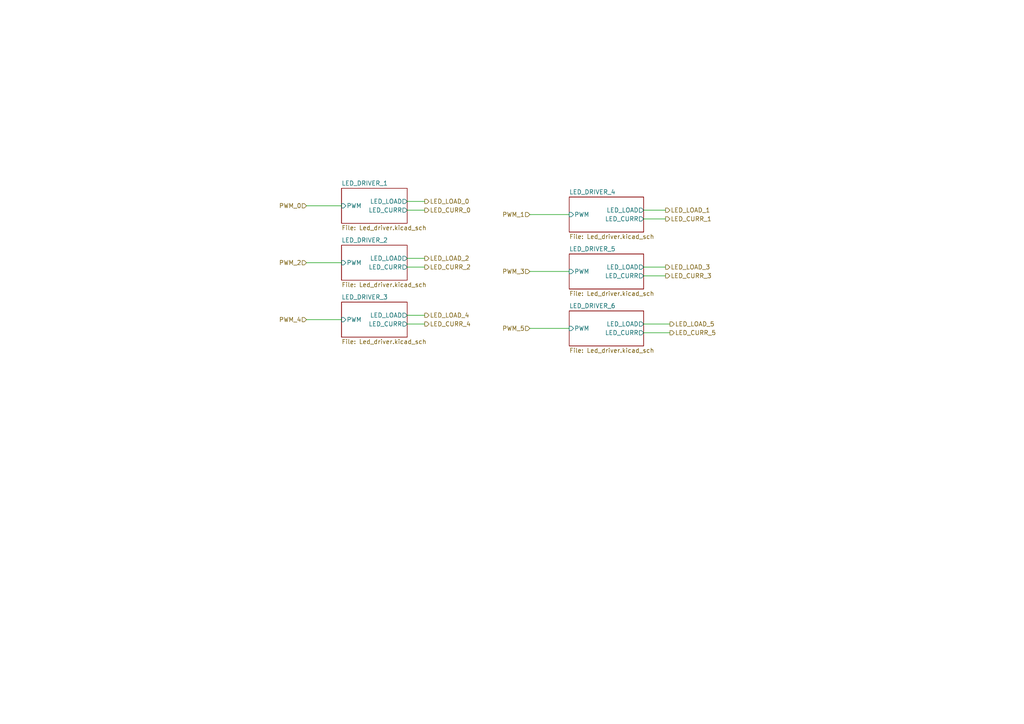
<source format=kicad_sch>
(kicad_sch
	(version 20250114)
	(generator "eeschema")
	(generator_version "9.0")
	(uuid "242459c0-5a8c-4824-8eed-a7765d3c7fc7")
	(paper "A4")
	(lib_symbols)
	(wire
		(pts
			(xy 123.19 91.44) (xy 118.11 91.44)
		)
		(stroke
			(width 0)
			(type default)
		)
		(uuid "06253bef-640d-4207-bb6f-ef623d3143ec")
	)
	(wire
		(pts
			(xy 123.19 58.42) (xy 118.11 58.42)
		)
		(stroke
			(width 0)
			(type default)
		)
		(uuid "0863416e-ef29-47dd-bc16-e396e772784d")
	)
	(wire
		(pts
			(xy 123.19 93.98) (xy 118.11 93.98)
		)
		(stroke
			(width 0)
			(type default)
		)
		(uuid "0ca2b199-7de5-4430-934e-57b69c08e056")
	)
	(wire
		(pts
			(xy 153.67 95.25) (xy 165.1 95.25)
		)
		(stroke
			(width 0)
			(type default)
		)
		(uuid "25896484-2cc6-4603-8120-2b78f66e77a4")
	)
	(wire
		(pts
			(xy 153.67 62.23) (xy 165.1 62.23)
		)
		(stroke
			(width 0)
			(type default)
		)
		(uuid "29e77272-b154-4127-9076-a0ef9d6ba82c")
	)
	(wire
		(pts
			(xy 88.9 59.69) (xy 99.06 59.69)
		)
		(stroke
			(width 0)
			(type default)
		)
		(uuid "6a183cd6-fcc7-4918-8d57-2fe863153b29")
	)
	(wire
		(pts
			(xy 193.04 60.96) (xy 186.69 60.96)
		)
		(stroke
			(width 0)
			(type default)
		)
		(uuid "75cdb692-662f-4e7e-812e-4f82218ded1f")
	)
	(wire
		(pts
			(xy 194.31 93.98) (xy 186.69 93.98)
		)
		(stroke
			(width 0)
			(type default)
		)
		(uuid "7b2a2476-9fec-4ad4-8467-7d28c5bb9669")
	)
	(wire
		(pts
			(xy 193.04 77.47) (xy 186.69 77.47)
		)
		(stroke
			(width 0)
			(type default)
		)
		(uuid "8a0bd7fc-3e07-4e0a-888e-c32885304d4e")
	)
	(wire
		(pts
			(xy 88.9 92.71) (xy 99.06 92.71)
		)
		(stroke
			(width 0)
			(type default)
		)
		(uuid "926244bb-3cc2-4c91-a66e-757bc6fbd03a")
	)
	(wire
		(pts
			(xy 88.9 76.2) (xy 99.06 76.2)
		)
		(stroke
			(width 0)
			(type default)
		)
		(uuid "ac205976-cfb7-47c8-b021-2aa69fc9d65d")
	)
	(wire
		(pts
			(xy 194.31 96.52) (xy 186.69 96.52)
		)
		(stroke
			(width 0)
			(type default)
		)
		(uuid "b34ef239-0e03-41b0-a906-6a93ca71ac54")
	)
	(wire
		(pts
			(xy 193.04 80.01) (xy 186.69 80.01)
		)
		(stroke
			(width 0)
			(type default)
		)
		(uuid "b4142260-6316-4c7e-93d3-78b604cab506")
	)
	(wire
		(pts
			(xy 123.19 74.93) (xy 118.11 74.93)
		)
		(stroke
			(width 0)
			(type default)
		)
		(uuid "cd47ecbd-8ef5-4376-9f2c-9287cfad6a4c")
	)
	(wire
		(pts
			(xy 153.67 78.74) (xy 165.1 78.74)
		)
		(stroke
			(width 0)
			(type default)
		)
		(uuid "dedc0c9a-796c-4d5a-b6b7-7ac5d461738a")
	)
	(wire
		(pts
			(xy 193.04 63.5) (xy 186.69 63.5)
		)
		(stroke
			(width 0)
			(type default)
		)
		(uuid "ef729721-a565-4f73-8a14-c5a226421723")
	)
	(wire
		(pts
			(xy 123.19 60.96) (xy 118.11 60.96)
		)
		(stroke
			(width 0)
			(type default)
		)
		(uuid "f0e1637f-672b-4e6f-943e-81aab91a42fd")
	)
	(wire
		(pts
			(xy 123.19 77.47) (xy 118.11 77.47)
		)
		(stroke
			(width 0)
			(type default)
		)
		(uuid "feaf83e1-dc4d-4d3b-aa2b-0607c1af96cc")
	)
	(hierarchical_label "PWM_4"
		(shape input)
		(at 88.9 92.71 180)
		(effects
			(font
				(size 1.27 1.27)
			)
			(justify right)
		)
		(uuid "0ed79414-ee93-47f8-a5c0-144d7ca2091e")
	)
	(hierarchical_label "LED_LOAD_3"
		(shape output)
		(at 193.04 77.47 0)
		(effects
			(font
				(size 1.27 1.27)
			)
			(justify left)
		)
		(uuid "1057952c-ef24-4de3-9cb7-a7d78dd5466d")
	)
	(hierarchical_label "LED_LOAD_0"
		(shape output)
		(at 123.19 58.42 0)
		(effects
			(font
				(size 1.27 1.27)
			)
			(justify left)
		)
		(uuid "194b2d6b-d818-45fa-97dc-885df851e960")
	)
	(hierarchical_label "LED_CURR_4"
		(shape output)
		(at 123.19 93.98 0)
		(effects
			(font
				(size 1.27 1.27)
			)
			(justify left)
		)
		(uuid "2124deea-003f-49d0-b7d2-a96e08c7460b")
	)
	(hierarchical_label "LED_CURR_5"
		(shape output)
		(at 194.31 96.52 0)
		(effects
			(font
				(size 1.27 1.27)
			)
			(justify left)
		)
		(uuid "2db7783a-514a-4792-8c62-05db4129dc2d")
	)
	(hierarchical_label "PWM_5"
		(shape input)
		(at 153.67 95.25 180)
		(effects
			(font
				(size 1.27 1.27)
			)
			(justify right)
		)
		(uuid "3632b620-86ca-4960-92cd-3724f02f8bb8")
	)
	(hierarchical_label "PWM_2"
		(shape input)
		(at 88.9 76.2 180)
		(effects
			(font
				(size 1.27 1.27)
			)
			(justify right)
		)
		(uuid "4d0e70d5-1ac2-4a01-b0eb-0805ca6b5b7e")
	)
	(hierarchical_label "LED_CURR_3"
		(shape output)
		(at 193.04 80.01 0)
		(effects
			(font
				(size 1.27 1.27)
			)
			(justify left)
		)
		(uuid "53af515f-71dd-4a70-a6de-f5ebd65b82c5")
	)
	(hierarchical_label "PWM_1"
		(shape input)
		(at 153.67 62.23 180)
		(effects
			(font
				(size 1.27 1.27)
			)
			(justify right)
		)
		(uuid "5dad4ecb-2e93-44bf-9e3c-ab692dffa0e8")
	)
	(hierarchical_label "PWM_3"
		(shape input)
		(at 153.67 78.74 180)
		(effects
			(font
				(size 1.27 1.27)
			)
			(justify right)
		)
		(uuid "632f8bae-97cb-4862-9165-033a99710db5")
	)
	(hierarchical_label "LED_LOAD_4"
		(shape output)
		(at 123.19 91.44 0)
		(effects
			(font
				(size 1.27 1.27)
			)
			(justify left)
		)
		(uuid "7057bae6-a620-4d95-9f64-cd38e2574552")
	)
	(hierarchical_label "LED_LOAD_1"
		(shape output)
		(at 193.04 60.96 0)
		(effects
			(font
				(size 1.27 1.27)
			)
			(justify left)
		)
		(uuid "712b1453-b940-4cf3-9a35-59cc905a65a8")
	)
	(hierarchical_label "LED_CURR_2"
		(shape output)
		(at 123.19 77.47 0)
		(effects
			(font
				(size 1.27 1.27)
			)
			(justify left)
		)
		(uuid "8700e227-1838-4242-8de0-1822fd4006f5")
	)
	(hierarchical_label "LED_LOAD_5"
		(shape output)
		(at 194.31 93.98 0)
		(effects
			(font
				(size 1.27 1.27)
			)
			(justify left)
		)
		(uuid "afbd713d-66bb-4426-9621-e78ae673b34c")
	)
	(hierarchical_label "LED_CURR_1"
		(shape output)
		(at 193.04 63.5 0)
		(effects
			(font
				(size 1.27 1.27)
			)
			(justify left)
		)
		(uuid "b66d65c0-5161-4950-88f4-b0e2856c65c4")
	)
	(hierarchical_label "LED_LOAD_2"
		(shape output)
		(at 123.19 74.93 0)
		(effects
			(font
				(size 1.27 1.27)
			)
			(justify left)
		)
		(uuid "d8169dfe-f7d2-4953-b83c-82abc0a3815b")
	)
	(hierarchical_label "LED_CURR_0"
		(shape output)
		(at 123.19 60.96 0)
		(effects
			(font
				(size 1.27 1.27)
			)
			(justify left)
		)
		(uuid "d960e834-68f5-4ff9-9fe2-a411d9c53546")
	)
	(hierarchical_label "PWM_0"
		(shape input)
		(at 88.9 59.69 180)
		(effects
			(font
				(size 1.27 1.27)
			)
			(justify right)
		)
		(uuid "fd338f06-e92f-44b8-bf94-bdc3129bda7e")
	)
	(sheet
		(at 165.1 73.66)
		(size 21.59 10.16)
		(exclude_from_sim no)
		(in_bom yes)
		(on_board yes)
		(dnp no)
		(fields_autoplaced yes)
		(stroke
			(width 0.1524)
			(type solid)
		)
		(fill
			(color 0 0 0 0.0000)
		)
		(uuid "0961f949-c19b-4782-9d1c-891987f34057")
		(property "Sheetname" "LED_DRIVER_5"
			(at 165.1 72.9484 0)
			(effects
				(font
					(size 1.27 1.27)
				)
				(justify left bottom)
			)
		)
		(property "Sheetfile" "Led_driver.kicad_sch"
			(at 165.1 84.4046 0)
			(effects
				(font
					(size 1.27 1.27)
				)
				(justify left top)
			)
		)
		(pin "PWM" input
			(at 165.1 78.74 180)
			(uuid "7f4be13e-db05-427f-9d9c-aa8142fefe07")
			(effects
				(font
					(size 1.27 1.27)
				)
				(justify left)
			)
		)
		(pin "LED_CURR" output
			(at 186.69 80.01 0)
			(uuid "f26a9e51-a6c5-4cb9-91e6-23778a8c2efa")
			(effects
				(font
					(size 1.27 1.27)
				)
				(justify right)
			)
		)
		(pin "LED_LOAD" output
			(at 186.69 77.47 0)
			(uuid "c3606c75-74f1-4f6e-aaa8-38ce7d386afc")
			(effects
				(font
					(size 1.27 1.27)
				)
				(justify right)
			)
		)
		(instances
			(project "mgr_board"
				(path "/14d3b6cb-e4ae-41db-89eb-e86b07bc47b0/0894c0a4-ee9a-4857-abde-a7dc8c387700"
					(page "11")
				)
			)
		)
	)
	(sheet
		(at 99.06 87.63)
		(size 19.05 10.16)
		(exclude_from_sim no)
		(in_bom yes)
		(on_board yes)
		(dnp no)
		(fields_autoplaced yes)
		(stroke
			(width 0.1524)
			(type solid)
		)
		(fill
			(color 0 0 0 0.0000)
		)
		(uuid "38252f83-1ee7-4a25-a52d-e0173e9d9a04")
		(property "Sheetname" "LED_DRIVER_3"
			(at 99.06 86.9184 0)
			(effects
				(font
					(size 1.27 1.27)
				)
				(justify left bottom)
			)
		)
		(property "Sheetfile" "Led_driver.kicad_sch"
			(at 99.06 98.3746 0)
			(effects
				(font
					(size 1.27 1.27)
				)
				(justify left top)
			)
		)
		(pin "PWM" input
			(at 99.06 92.71 180)
			(uuid "1846b259-464c-45b0-afd9-bef064ab2179")
			(effects
				(font
					(size 1.27 1.27)
				)
				(justify left)
			)
		)
		(pin "LED_CURR" output
			(at 118.11 93.98 0)
			(uuid "abef0938-aca0-4fec-b289-c400b57431a1")
			(effects
				(font
					(size 1.27 1.27)
				)
				(justify right)
			)
		)
		(pin "LED_LOAD" output
			(at 118.11 91.44 0)
			(uuid "47589adb-9065-432b-8c6f-ac4ea5cf9569")
			(effects
				(font
					(size 1.27 1.27)
				)
				(justify right)
			)
		)
		(instances
			(project "mgr_board"
				(path "/14d3b6cb-e4ae-41db-89eb-e86b07bc47b0/0894c0a4-ee9a-4857-abde-a7dc8c387700"
					(page "9")
				)
			)
		)
	)
	(sheet
		(at 99.06 71.12)
		(size 19.05 10.16)
		(exclude_from_sim no)
		(in_bom yes)
		(on_board yes)
		(dnp no)
		(fields_autoplaced yes)
		(stroke
			(width 0.1524)
			(type solid)
		)
		(fill
			(color 0 0 0 0.0000)
		)
		(uuid "626b71dc-5eb2-405e-9a18-e87de470ec8f")
		(property "Sheetname" "LED_DRIVER_2"
			(at 99.06 70.4084 0)
			(effects
				(font
					(size 1.27 1.27)
				)
				(justify left bottom)
			)
		)
		(property "Sheetfile" "Led_driver.kicad_sch"
			(at 99.06 81.8646 0)
			(effects
				(font
					(size 1.27 1.27)
				)
				(justify left top)
			)
		)
		(pin "PWM" input
			(at 99.06 76.2 180)
			(uuid "dcb4a754-daa9-49a2-aa93-24b7e6de8aad")
			(effects
				(font
					(size 1.27 1.27)
				)
				(justify left)
			)
		)
		(pin "LED_CURR" output
			(at 118.11 77.47 0)
			(uuid "0cea54d4-43c7-49fe-ba1b-feffcf0e0d20")
			(effects
				(font
					(size 1.27 1.27)
				)
				(justify right)
			)
		)
		(pin "LED_LOAD" output
			(at 118.11 74.93 0)
			(uuid "ba9aa14d-0f7f-438e-88c8-d672cd33caf5")
			(effects
				(font
					(size 1.27 1.27)
				)
				(justify right)
			)
		)
		(instances
			(project "mgr_board"
				(path "/14d3b6cb-e4ae-41db-89eb-e86b07bc47b0/0894c0a4-ee9a-4857-abde-a7dc8c387700"
					(page "8")
				)
			)
		)
	)
	(sheet
		(at 165.1 57.15)
		(size 21.59 10.16)
		(exclude_from_sim no)
		(in_bom yes)
		(on_board yes)
		(dnp no)
		(fields_autoplaced yes)
		(stroke
			(width 0.1524)
			(type solid)
		)
		(fill
			(color 0 0 0 0.0000)
		)
		(uuid "74a60269-971f-4226-8b4b-c4d6b0e6a68a")
		(property "Sheetname" "LED_DRIVER_4"
			(at 165.1 56.4384 0)
			(effects
				(font
					(size 1.27 1.27)
				)
				(justify left bottom)
			)
		)
		(property "Sheetfile" "Led_driver.kicad_sch"
			(at 165.1 67.8946 0)
			(effects
				(font
					(size 1.27 1.27)
				)
				(justify left top)
			)
		)
		(pin "PWM" input
			(at 165.1 62.23 180)
			(uuid "275a7f50-cc7b-4801-a113-1b7fc7727c2f")
			(effects
				(font
					(size 1.27 1.27)
				)
				(justify left)
			)
		)
		(pin "LED_CURR" output
			(at 186.69 63.5 0)
			(uuid "f7b074aa-4c9f-42c6-ac51-cb3b1728ff16")
			(effects
				(font
					(size 1.27 1.27)
				)
				(justify right)
			)
		)
		(pin "LED_LOAD" output
			(at 186.69 60.96 0)
			(uuid "a5106b69-62d5-4941-b57c-0d047faa0e2e")
			(effects
				(font
					(size 1.27 1.27)
				)
				(justify right)
			)
		)
		(instances
			(project "mgr_board"
				(path "/14d3b6cb-e4ae-41db-89eb-e86b07bc47b0/0894c0a4-ee9a-4857-abde-a7dc8c387700"
					(page "10")
				)
			)
		)
	)
	(sheet
		(at 165.1 90.17)
		(size 21.59 10.16)
		(exclude_from_sim no)
		(in_bom yes)
		(on_board yes)
		(dnp no)
		(fields_autoplaced yes)
		(stroke
			(width 0.1524)
			(type solid)
		)
		(fill
			(color 0 0 0 0.0000)
		)
		(uuid "f6e45104-1c78-4c15-b983-9cd520a3a834")
		(property "Sheetname" "LED_DRIVER_6"
			(at 165.1 89.4584 0)
			(effects
				(font
					(size 1.27 1.27)
				)
				(justify left bottom)
			)
		)
		(property "Sheetfile" "Led_driver.kicad_sch"
			(at 165.1 100.9146 0)
			(effects
				(font
					(size 1.27 1.27)
				)
				(justify left top)
			)
		)
		(pin "PWM" input
			(at 165.1 95.25 180)
			(uuid "5b43f1d5-921d-4a3c-9544-20c4fe597426")
			(effects
				(font
					(size 1.27 1.27)
				)
				(justify left)
			)
		)
		(pin "LED_CURR" output
			(at 186.69 96.52 0)
			(uuid "8482ef86-f5ab-4989-a643-92db0a6c4ef5")
			(effects
				(font
					(size 1.27 1.27)
				)
				(justify right)
			)
		)
		(pin "LED_LOAD" output
			(at 186.69 93.98 0)
			(uuid "8156dc44-425f-4c90-8009-4f40b97181d2")
			(effects
				(font
					(size 1.27 1.27)
				)
				(justify right)
			)
		)
		(instances
			(project "mgr_board"
				(path "/14d3b6cb-e4ae-41db-89eb-e86b07bc47b0/0894c0a4-ee9a-4857-abde-a7dc8c387700"
					(page "12")
				)
			)
		)
	)
	(sheet
		(at 99.06 54.61)
		(size 19.05 10.16)
		(exclude_from_sim no)
		(in_bom yes)
		(on_board yes)
		(dnp no)
		(fields_autoplaced yes)
		(stroke
			(width 0.1524)
			(type solid)
		)
		(fill
			(color 0 0 0 0.0000)
		)
		(uuid "fc518c5d-d34e-4e6d-ac1b-af53a961c29a")
		(property "Sheetname" "LED_DRIVER_1"
			(at 99.06 53.8984 0)
			(effects
				(font
					(size 1.27 1.27)
				)
				(justify left bottom)
			)
		)
		(property "Sheetfile" "Led_driver.kicad_sch"
			(at 99.06 65.3546 0)
			(effects
				(font
					(size 1.27 1.27)
				)
				(justify left top)
			)
		)
		(pin "PWM" input
			(at 99.06 59.69 180)
			(uuid "bb5fcee1-f251-47c8-b2ec-5548c4f10526")
			(effects
				(font
					(size 1.27 1.27)
				)
				(justify left)
			)
		)
		(pin "LED_CURR" output
			(at 118.11 60.96 0)
			(uuid "d76c7df7-339a-4688-b311-abeec1e129d7")
			(effects
				(font
					(size 1.27 1.27)
				)
				(justify right)
			)
		)
		(pin "LED_LOAD" output
			(at 118.11 58.42 0)
			(uuid "903d4ce0-7dc7-41bf-91be-dc1fbdb00b20")
			(effects
				(font
					(size 1.27 1.27)
				)
				(justify right)
			)
		)
		(instances
			(project "mgr_board"
				(path "/14d3b6cb-e4ae-41db-89eb-e86b07bc47b0/0894c0a4-ee9a-4857-abde-a7dc8c387700"
					(page "7")
				)
			)
		)
	)
)

</source>
